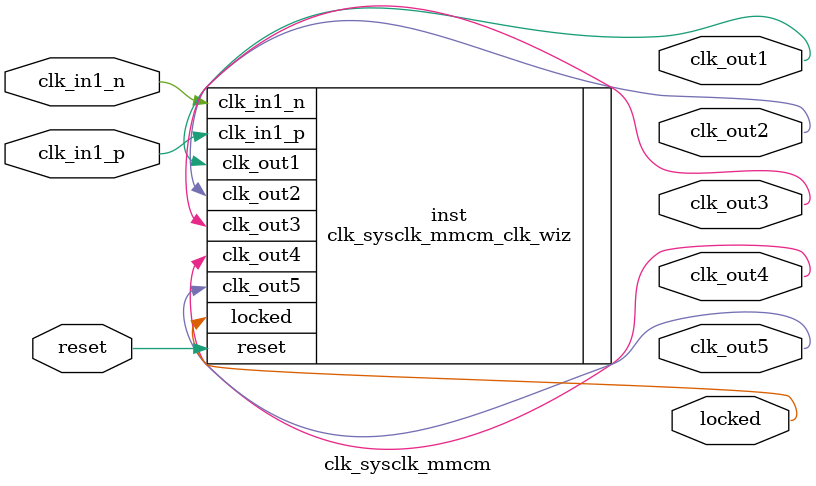
<source format=v>


`timescale 1ps/1ps

(* CORE_GENERATION_INFO = "clk_sysclk_mmcm,clk_wiz_v6_0_1_0_0,{component_name=clk_sysclk_mmcm,use_phase_alignment=true,use_min_o_jitter=false,use_max_i_jitter=false,use_dyn_phase_shift=false,use_inclk_switchover=false,use_dyn_reconfig=false,enable_axi=0,feedback_source=FDBK_AUTO,PRIMITIVE=MMCM,num_out_clk=5,clkin1_period=5.000,clkin2_period=10.0,use_power_down=false,use_reset=true,use_locked=true,use_inclk_stopped=false,feedback_type=SINGLE,CLOCK_MGR_TYPE=NA,manual_override=false}" *)

module clk_sysclk_mmcm 
 (
  // Clock out ports
  output        clk_out1,
  output        clk_out2,
  output        clk_out3,
  output        clk_out4,
  output        clk_out5,
  // Status and control signals
  input         reset,
  output        locked,
 // Clock in ports
  input         clk_in1_p,
  input         clk_in1_n
 );

  clk_sysclk_mmcm_clk_wiz inst
  (
  // Clock out ports  
  .clk_out1(clk_out1),
  .clk_out2(clk_out2),
  .clk_out3(clk_out3),
  .clk_out4(clk_out4),
  .clk_out5(clk_out5),
  // Status and control signals               
  .reset(reset), 
  .locked(locked),
 // Clock in ports
  .clk_in1_p(clk_in1_p),
  .clk_in1_n(clk_in1_n)
  );

endmodule

</source>
